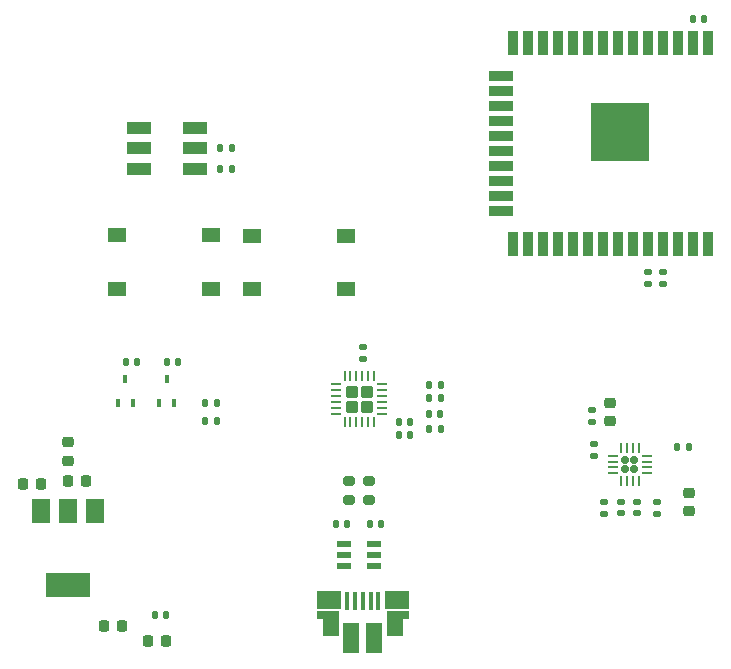
<source format=gbr>
%TF.GenerationSoftware,KiCad,Pcbnew,(6.0.7)*%
%TF.CreationDate,2022-10-04T00:35:33-03:00*%
%TF.ProjectId,wireless,77697265-6c65-4737-932e-6b696361645f,rev?*%
%TF.SameCoordinates,Original*%
%TF.FileFunction,Paste,Top*%
%TF.FilePolarity,Positive*%
%FSLAX46Y46*%
G04 Gerber Fmt 4.6, Leading zero omitted, Abs format (unit mm)*
G04 Created by KiCad (PCBNEW (6.0.7)) date 2022-10-04 00:35:33*
%MOMM*%
%LPD*%
G01*
G04 APERTURE LIST*
G04 Aperture macros list*
%AMRoundRect*
0 Rectangle with rounded corners*
0 $1 Rounding radius*
0 $2 $3 $4 $5 $6 $7 $8 $9 X,Y pos of 4 corners*
0 Add a 4 corners polygon primitive as box body*
4,1,4,$2,$3,$4,$5,$6,$7,$8,$9,$2,$3,0*
0 Add four circle primitives for the rounded corners*
1,1,$1+$1,$2,$3*
1,1,$1+$1,$4,$5*
1,1,$1+$1,$6,$7*
1,1,$1+$1,$8,$9*
0 Add four rect primitives between the rounded corners*
20,1,$1+$1,$2,$3,$4,$5,0*
20,1,$1+$1,$4,$5,$6,$7,0*
20,1,$1+$1,$6,$7,$8,$9,0*
20,1,$1+$1,$8,$9,$2,$3,0*%
G04 Aperture macros list end*
%ADD10RoundRect,0.135000X0.185000X-0.135000X0.185000X0.135000X-0.185000X0.135000X-0.185000X-0.135000X0*%
%ADD11R,0.400000X1.650000*%
%ADD12R,1.825000X0.700000*%
%ADD13R,2.000000X1.500000*%
%ADD14R,1.350000X2.000000*%
%ADD15R,1.430000X2.500000*%
%ADD16RoundRect,0.250000X0.275000X-0.275000X0.275000X0.275000X-0.275000X0.275000X-0.275000X-0.275000X0*%
%ADD17RoundRect,0.062500X0.062500X-0.350000X0.062500X0.350000X-0.062500X0.350000X-0.062500X-0.350000X0*%
%ADD18RoundRect,0.062500X0.350000X-0.062500X0.350000X0.062500X-0.350000X0.062500X-0.350000X-0.062500X0*%
%ADD19RoundRect,0.135000X0.135000X0.185000X-0.135000X0.185000X-0.135000X-0.185000X0.135000X-0.185000X0*%
%ADD20RoundRect,0.140000X-0.140000X-0.170000X0.140000X-0.170000X0.140000X0.170000X-0.140000X0.170000X0*%
%ADD21RoundRect,0.140000X0.140000X0.170000X-0.140000X0.170000X-0.140000X-0.170000X0.140000X-0.170000X0*%
%ADD22RoundRect,0.225000X-0.225000X-0.250000X0.225000X-0.250000X0.225000X0.250000X-0.225000X0.250000X0*%
%ADD23RoundRect,0.135000X-0.185000X0.135000X-0.185000X-0.135000X0.185000X-0.135000X0.185000X0.135000X0*%
%ADD24RoundRect,0.225000X0.225000X0.250000X-0.225000X0.250000X-0.225000X-0.250000X0.225000X-0.250000X0*%
%ADD25RoundRect,0.140000X-0.170000X0.140000X-0.170000X-0.140000X0.170000X-0.140000X0.170000X0.140000X0*%
%ADD26RoundRect,0.225000X0.250000X-0.225000X0.250000X0.225000X-0.250000X0.225000X-0.250000X-0.225000X0*%
%ADD27RoundRect,0.200000X0.275000X-0.200000X0.275000X0.200000X-0.275000X0.200000X-0.275000X-0.200000X0*%
%ADD28RoundRect,0.041300X0.563700X0.253700X-0.563700X0.253700X-0.563700X-0.253700X0.563700X-0.253700X0*%
%ADD29RoundRect,0.140000X0.170000X-0.140000X0.170000X0.140000X-0.170000X0.140000X-0.170000X-0.140000X0*%
%ADD30R,1.500000X2.000000*%
%ADD31R,3.800000X2.000000*%
%ADD32R,0.450000X0.700000*%
%ADD33RoundRect,0.160000X-0.160000X0.160000X-0.160000X-0.160000X0.160000X-0.160000X0.160000X0.160000X0*%
%ADD34RoundRect,0.062500X-0.062500X0.375000X-0.062500X-0.375000X0.062500X-0.375000X0.062500X0.375000X0*%
%ADD35RoundRect,0.062500X-0.375000X0.062500X-0.375000X-0.062500X0.375000X-0.062500X0.375000X0.062500X0*%
%ADD36R,1.550000X1.300000*%
%ADD37RoundRect,0.225000X-0.250000X0.225000X-0.250000X-0.225000X0.250000X-0.225000X0.250000X0.225000X0*%
%ADD38R,0.900000X2.000000*%
%ADD39R,2.000000X0.900000*%
%ADD40R,5.000000X5.000000*%
%ADD41RoundRect,0.135000X-0.135000X-0.185000X0.135000X-0.185000X0.135000X0.185000X-0.135000X0.185000X0*%
%ADD42R,2.000000X1.100000*%
%ADD43RoundRect,0.218750X0.218750X0.256250X-0.218750X0.256250X-0.218750X-0.256250X0.218750X-0.256250X0*%
G04 APERTURE END LIST*
D10*
%TO.C,R15*%
X103759000Y-100535200D03*
X103759000Y-99515200D03*
%TD*%
D11*
%TO.C,J1*%
X102474000Y-121031000D03*
X103124000Y-121031000D03*
X103774000Y-121031000D03*
X104424000Y-121031000D03*
X105074000Y-121031000D03*
D12*
X106774000Y-122231000D03*
D13*
X106674000Y-120911000D03*
X100924000Y-120931000D03*
D14*
X101044000Y-122981000D03*
D15*
X104734000Y-124181000D03*
D12*
X100824000Y-122231000D03*
D14*
X106524000Y-122981000D03*
D15*
X102814000Y-124181000D03*
%TD*%
D16*
%TO.C,U5*%
X104129600Y-104586800D03*
X102829600Y-103286800D03*
X102829600Y-104586800D03*
X104129600Y-103286800D03*
D17*
X102229600Y-105874300D03*
X102729600Y-105874300D03*
X103229600Y-105874300D03*
X103729600Y-105874300D03*
X104229600Y-105874300D03*
X104729600Y-105874300D03*
D18*
X105417100Y-105186800D03*
X105417100Y-104686800D03*
X105417100Y-104186800D03*
X105417100Y-103686800D03*
X105417100Y-103186800D03*
X105417100Y-102686800D03*
D17*
X104729600Y-101999300D03*
X104229600Y-101999300D03*
X103729600Y-101999300D03*
X103229600Y-101999300D03*
X102729600Y-101999300D03*
X102229600Y-101999300D03*
D18*
X101542100Y-102686800D03*
X101542100Y-103186800D03*
X101542100Y-103686800D03*
X101542100Y-104186800D03*
X101542100Y-104686800D03*
X101542100Y-105186800D03*
%TD*%
D19*
%TO.C,R8*%
X91423200Y-104241600D03*
X90403200Y-104241600D03*
%TD*%
D20*
%TO.C,C5*%
X104345800Y-114477800D03*
X105305800Y-114477800D03*
%TD*%
D21*
%TO.C,C2*%
X87129350Y-122179400D03*
X86169350Y-122179400D03*
%TD*%
D22*
%TO.C,C13*%
X78789000Y-110900000D03*
X80339000Y-110900000D03*
%TD*%
D23*
%TO.C,R7*%
X124165000Y-112606000D03*
X124165000Y-113626000D03*
%TD*%
D20*
%TO.C,C17*%
X87180000Y-100750000D03*
X88140000Y-100750000D03*
%TD*%
D24*
%TO.C,C8*%
X76529000Y-111154000D03*
X74979000Y-111154000D03*
%TD*%
D25*
%TO.C,C3*%
X127025000Y-112638000D03*
X127025000Y-113598000D03*
%TD*%
D21*
%TO.C,C4*%
X102435600Y-114477800D03*
X101475600Y-114477800D03*
%TD*%
D20*
%TO.C,C19*%
X106809600Y-105892600D03*
X107769600Y-105892600D03*
%TD*%
D26*
%TO.C,C14*%
X78802000Y-109135000D03*
X78802000Y-107585000D03*
%TD*%
D19*
%TO.C,R14*%
X110365000Y-103860600D03*
X109345000Y-103860600D03*
%TD*%
D27*
%TO.C,R2*%
X102595000Y-112483400D03*
X102595000Y-110833400D03*
%TD*%
D20*
%TO.C,C20*%
X106809600Y-107010200D03*
X107769600Y-107010200D03*
%TD*%
D10*
%TO.C,R13*%
X129189800Y-94168800D03*
X129189800Y-93148800D03*
%TD*%
D28*
%TO.C,U1*%
X104695000Y-118094800D03*
X104695000Y-117144800D03*
X104695000Y-116194800D03*
X102185000Y-116194800D03*
X102185000Y-117144800D03*
X102185000Y-118094800D03*
%TD*%
D10*
%TO.C,R11*%
X127939800Y-94168800D03*
X127939800Y-93148800D03*
%TD*%
D20*
%TO.C,C16*%
X83700000Y-100750000D03*
X84660000Y-100750000D03*
%TD*%
%TO.C,C15*%
X131720000Y-71784000D03*
X132680000Y-71784000D03*
%TD*%
D19*
%TO.C,R3*%
X92723200Y-84407800D03*
X91703200Y-84407800D03*
%TD*%
D29*
%TO.C,C11*%
X123178000Y-105842800D03*
X123178000Y-104882800D03*
%TD*%
D24*
%TO.C,C1*%
X87132550Y-124440000D03*
X85582550Y-124440000D03*
%TD*%
D29*
%TO.C,C7*%
X123370000Y-108710000D03*
X123370000Y-107750000D03*
%TD*%
D25*
%TO.C,C8*%
X125665000Y-112636000D03*
X125665000Y-113596000D03*
%TD*%
D30*
%TO.C,U3*%
X81102000Y-113410000D03*
D31*
X78802000Y-119710000D03*
D30*
X78802000Y-113410000D03*
X76502000Y-113410000D03*
%TD*%
D19*
%TO.C,R10*%
X110365000Y-102717600D03*
X109345000Y-102717600D03*
%TD*%
D32*
%TO.C,Q2*%
X86510000Y-104250000D03*
X87810000Y-104250000D03*
X87160000Y-102250000D03*
%TD*%
D33*
%TO.C,U2*%
X125975000Y-109868000D03*
X126775000Y-109068000D03*
X126775000Y-109868000D03*
X125975000Y-109068000D03*
D34*
X127125000Y-108030500D03*
X126625000Y-108030500D03*
X126125000Y-108030500D03*
X125625000Y-108030500D03*
D35*
X124937500Y-108718000D03*
X124937500Y-109218000D03*
X124937500Y-109718000D03*
X124937500Y-110218000D03*
D34*
X125625000Y-110905500D03*
X126125000Y-110905500D03*
X126625000Y-110905500D03*
X127125000Y-110905500D03*
D35*
X127812500Y-110218000D03*
X127812500Y-109718000D03*
X127812500Y-109218000D03*
X127812500Y-108718000D03*
%TD*%
D36*
%TO.C,SW2*%
X94385000Y-94600000D03*
X102335000Y-94600000D03*
X94385000Y-90100000D03*
X102335000Y-90100000D03*
%TD*%
D26*
%TO.C,C12*%
X124714000Y-105816400D03*
X124714000Y-104266400D03*
%TD*%
D10*
%TO.C,R5*%
X128665000Y-113626000D03*
X128665000Y-112606000D03*
%TD*%
D37*
%TO.C,C9*%
X131415000Y-111841000D03*
X131415000Y-113391000D03*
%TD*%
D38*
%TO.C,U4*%
X133019800Y-73803600D03*
X131749800Y-73803600D03*
X130479800Y-73803600D03*
X129209800Y-73803600D03*
X127939800Y-73803600D03*
X126669800Y-73803600D03*
X125399800Y-73803600D03*
X124129800Y-73803600D03*
X122859800Y-73803600D03*
X121589800Y-73803600D03*
X120319800Y-73803600D03*
X119049800Y-73803600D03*
X117779800Y-73803600D03*
X116509800Y-73803600D03*
D39*
X115509800Y-76588600D03*
X115509800Y-77858600D03*
X115509800Y-79128600D03*
X115509800Y-80398600D03*
X115509800Y-81668600D03*
X115509800Y-82938600D03*
X115509800Y-84208600D03*
X115509800Y-85478600D03*
X115509800Y-86748600D03*
X115509800Y-88018600D03*
D38*
X116509800Y-90803600D03*
X117779800Y-90803600D03*
X119049800Y-90803600D03*
X120319800Y-90803600D03*
X121589800Y-90803600D03*
X122859800Y-90803600D03*
X124129800Y-90803600D03*
X125399800Y-90803600D03*
X126669800Y-90803600D03*
X127939800Y-90803600D03*
X129209800Y-90803600D03*
X130479800Y-90803600D03*
X131749800Y-90803600D03*
X133019800Y-90803600D03*
D40*
X125519800Y-81303600D03*
%TD*%
D41*
%TO.C,R12*%
X109370400Y-106500000D03*
X110390400Y-106500000D03*
%TD*%
D19*
%TO.C,R6*%
X131380000Y-107979000D03*
X130360000Y-107979000D03*
%TD*%
D32*
%TO.C,Q1*%
X83010000Y-104250000D03*
X84310000Y-104250000D03*
X83660000Y-102250000D03*
%TD*%
D27*
%TO.C,R1*%
X104296800Y-112483400D03*
X104296800Y-110833400D03*
%TD*%
D19*
%TO.C,R4*%
X92723200Y-82657800D03*
X91703200Y-82657800D03*
%TD*%
D36*
%TO.C,SW1*%
X82935000Y-94575000D03*
X90885000Y-94575000D03*
X82935000Y-90075000D03*
X90885000Y-90075000D03*
%TD*%
D20*
%TO.C,C18*%
X109375000Y-105175000D03*
X110335000Y-105175000D03*
%TD*%
D19*
%TO.C,R9*%
X91423200Y-105750000D03*
X90403200Y-105750000D03*
%TD*%
D42*
%TO.C,D1*%
X84784000Y-81006000D03*
X84784000Y-82706000D03*
X84784000Y-84406000D03*
X89584000Y-84406000D03*
X89584000Y-82706000D03*
X89584000Y-81006000D03*
%TD*%
D43*
%TO.C,FB1*%
X83399500Y-123164000D03*
X81824500Y-123164000D03*
%TD*%
M02*

</source>
